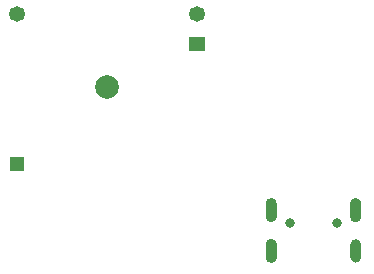
<source format=gbs>
G04 #@! TF.GenerationSoftware,KiCad,Pcbnew,5.1.10-88a1d61d58~90~ubuntu20.04.1*
G04 #@! TF.CreationDate,2021-10-07T18:37:47+08:00*
G04 #@! TF.ProjectId,Ada_Ticker,4164615f-5469-4636-9b65-722e6b696361,rev?*
G04 #@! TF.SameCoordinates,Original*
G04 #@! TF.FileFunction,Soldermask,Bot*
G04 #@! TF.FilePolarity,Negative*
%FSLAX46Y46*%
G04 Gerber Fmt 4.6, Leading zero omitted, Abs format (unit mm)*
G04 Created by KiCad (PCBNEW 5.1.10-88a1d61d58~90~ubuntu20.04.1) date 2021-10-07 18:37:47*
%MOMM*%
%LPD*%
G01*
G04 APERTURE LIST*
%ADD10C,0.800000*%
%ADD11R,1.299997X1.299997*%
%ADD12O,1.399997X1.299997*%
%ADD13R,1.399997X1.299997*%
%ADD14C,1.999996*%
G04 APERTURE END LIST*
G36*
G01*
X72302000Y-48944500D02*
X72302000Y-47664500D01*
G75*
G02*
X72662000Y-47304500I360000J0D01*
G01*
X72842000Y-47304500D01*
G75*
G02*
X73202000Y-47664500I0J-360000D01*
G01*
X73202000Y-48944500D01*
G75*
G02*
X72842000Y-49304500I-360000J0D01*
G01*
X72662000Y-49304500D01*
G75*
G02*
X72302000Y-48944500I0J360000D01*
G01*
G37*
D10*
X74327000Y-49429500D03*
X78327000Y-49429500D03*
G36*
G01*
X72302000Y-52394500D02*
X72302000Y-51114500D01*
G75*
G02*
X72662000Y-50754500I360000J0D01*
G01*
X72842000Y-50754500D01*
G75*
G02*
X73202000Y-51114500I0J-360000D01*
G01*
X73202000Y-52394500D01*
G75*
G02*
X72842000Y-52754500I-360000J0D01*
G01*
X72662000Y-52754500D01*
G75*
G02*
X72302000Y-52394500I0J360000D01*
G01*
G37*
G36*
G01*
X79452000Y-48944500D02*
X79452000Y-47664500D01*
G75*
G02*
X79812000Y-47304500I360000J0D01*
G01*
X79992000Y-47304500D01*
G75*
G02*
X80352000Y-47664500I0J-360000D01*
G01*
X80352000Y-48944500D01*
G75*
G02*
X79992000Y-49304500I-360000J0D01*
G01*
X79812000Y-49304500D01*
G75*
G02*
X79452000Y-48944500I0J360000D01*
G01*
G37*
G36*
G01*
X79452000Y-52304500D02*
X79452000Y-51204500D01*
G75*
G02*
X79902000Y-50754500I450000J0D01*
G01*
X79902000Y-50754500D01*
G75*
G02*
X80352000Y-51204500I0J-450000D01*
G01*
X80352000Y-52304500D01*
G75*
G02*
X79902000Y-52754500I-450000J0D01*
G01*
X79902000Y-52754500D01*
G75*
G02*
X79452000Y-52304500I0J450000D01*
G01*
G37*
D11*
X51244500Y-44386500D03*
D12*
X51244500Y-31686500D03*
X66484500Y-31686500D03*
D13*
X66484500Y-34226500D03*
D14*
X58864500Y-37846508D03*
M02*

</source>
